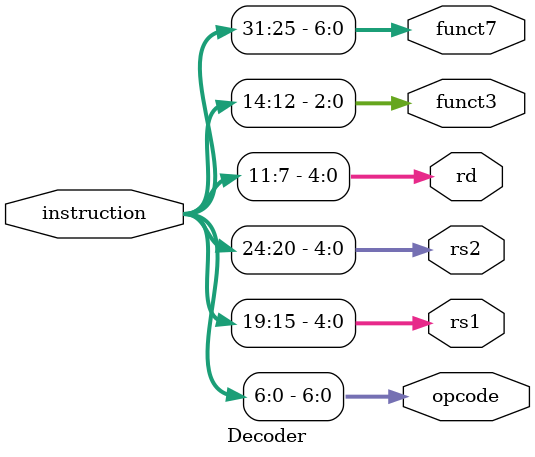
<source format=sv>
module Decoder(
    input  logic [31:0] instruction,
    output logic [6:0]  opcode,
    output logic [4:0]  rs1,
    output logic [4:0]  rs2,
    output logic [4:0]  rd,
    output logic [2:0]  funct3,
    output logic [6:0]  funct7
);
    assign opcode = instruction[6:0];
    assign rd     = instruction[11:7];
    assign funct3 = instruction[14:12];
    assign rs1    = instruction[19:15];
    assign rs2    = instruction[24:20];
    assign funct7 = instruction[31:25];
endmodule

</source>
